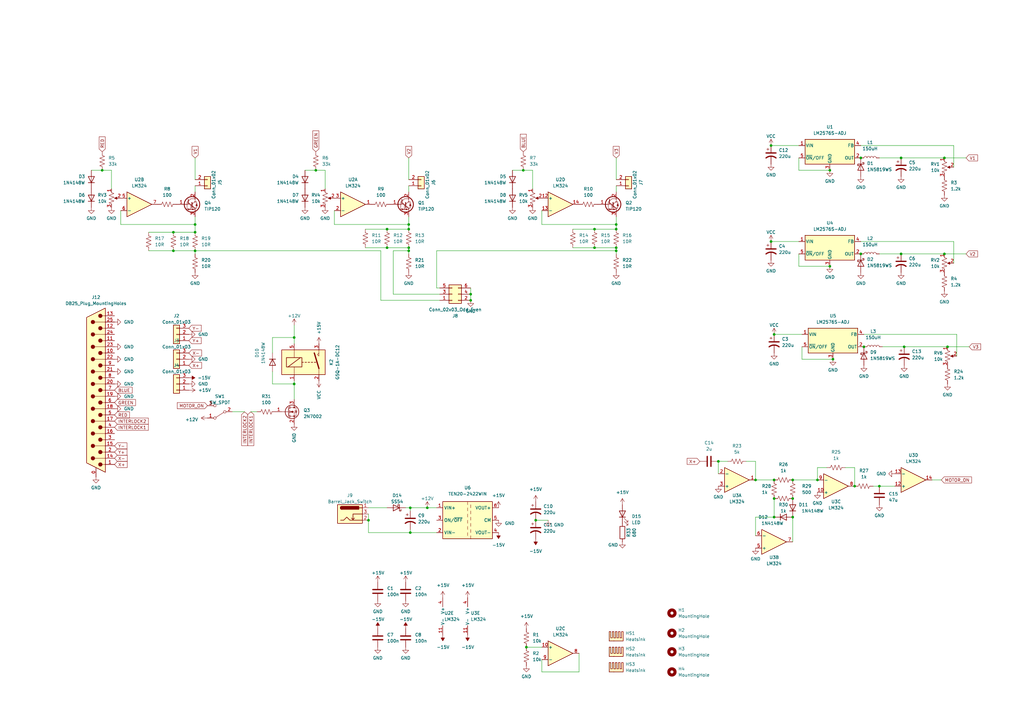
<source format=kicad_sch>
(kicad_sch (version 20230121) (generator eeschema)
  (paper "A3")
  (junction (at 252.73 92.075))
  (junction (at 335.28 196.85))
  (junction (at 353.06 64.77))
  (junction (at 219.71 213.36))
  (junction (at 325.12 212.09))
  (junction (at 317.5 196.85))
  (junction (at 243.84 101.6))
  (junction (at 370.84 142.24))
  (junction (at 309.88 196.85))
  (junction (at 316.23 99.06))
  (junction (at 80.01 92.075))
  (junction (at 252.73 102.87))
  (junction (at 193.04 123.19))
  (junction (at 120.65 157.48))
  (junction (at 158.75 101.6))
  (junction (at 369.57 64.77))
  (junction (at 71.12 95.25))
  (junction (at 71.12 102.87))
  (junction (at 353.06 104.14))
  (junction (at 80.01 102.87))
  (junction (at 294.64 189.23))
  (junction (at 388.62 142.24))
  (junction (at 325.12 196.85))
  (junction (at 252.73 101.6))
  (junction (at 41.91 69.85))
  (junction (at 120.65 138.43))
  (junction (at 80.01 95.25))
  (junction (at 360.68 199.39))
  (junction (at 167.64 102.87))
  (junction (at 167.64 93.98))
  (junction (at 243.84 93.98))
  (junction (at 369.57 104.14))
  (junction (at 350.52 199.39))
  (junction (at 316.23 59.69))
  (junction (at 317.5 137.16))
  (junction (at 175.26 208.28))
  (junction (at 387.35 104.14))
  (junction (at 167.64 92.075))
  (junction (at 252.73 93.98))
  (junction (at 354.33 142.24))
  (junction (at 317.5 212.09))
  (junction (at 158.75 93.98))
  (junction (at 129.54 69.85))
  (junction (at 168.275 208.28))
  (junction (at 341.63 147.32))
  (junction (at 340.36 69.85))
  (junction (at 215.9 265.43))
  (junction (at 167.64 101.6))
  (junction (at 151.13 213.36))
  (junction (at 193.04 120.65))
  (junction (at 325.12 204.47))
  (junction (at 214.63 69.85))
  (junction (at 387.35 64.77))
  (junction (at 168.275 218.44))
  (junction (at 340.36 109.22))
  (junction (at 317.5 204.47))
  (wire (pts (xy 193.04 120.65) (xy 193.04 123.19)))
  (wire (pts (xy 193.04 118.11) (xy 193.04 120.65)))
  (wire (pts (xy 161.29 102.87) (xy 161.29 120.65)))
  (wire (pts (xy 125.095 69.85) (xy 129.54 69.85)))
  (wire (pts (xy 396.24 104.14) (xy 387.35 104.14)))
  (wire (pts (xy 358.14 199.39) (xy 360.68 199.39)))
  (wire (pts (xy 179.07 102.87) (xy 179.07 118.11)))
  (wire (pts (xy 45.72 69.85) (xy 45.72 77.47)))
  (wire (pts (xy 219.71 213.36) (xy 224.79 213.36)))
  (wire (pts (xy 396.24 64.77) (xy 387.35 64.77)))
  (wire (pts (xy 328.93 142.24) (xy 328.93 147.32)))
  (wire (pts (xy 252.73 92.075) (xy 252.73 93.98)))
  (wire (pts (xy 151.13 210.82) (xy 151.13 213.36)))
  (wire (pts (xy 133.35 69.85) (xy 133.35 77.47)))
  (wire (pts (xy 327.66 104.14) (xy 327.66 109.22)))
  (wire (pts (xy 222.25 270.51) (xy 222.25 275.59)))
  (wire (pts (xy 175.26 208.28) (xy 179.07 208.28)))
  (wire (pts (xy 168.275 217.17) (xy 168.275 218.44)))
  (wire (pts (xy 386.08 196.85) (xy 382.27 196.85)))
  (wire (pts (xy 360.68 64.77) (xy 369.57 64.77)))
  (wire (pts (xy 71.12 95.25) (xy 80.01 95.25)))
  (wire (pts (xy 80.01 102.87) (xy 71.12 102.87)))
  (wire (pts (xy 111.76 152.4) (xy 111.76 157.48)))
  (wire (pts (xy 350.52 191.77) (xy 350.52 199.39)))
  (wire (pts (xy 149.86 93.98) (xy 158.75 93.98)))
  (wire (pts (xy 168.275 218.44) (xy 179.07 218.44)))
  (wire (pts (xy 325.12 196.85) (xy 335.28 196.85)))
  (wire (pts (xy 80.01 92.075) (xy 80.01 88.9)))
  (wire (pts (xy 237.49 275.59) (xy 237.49 267.97)))
  (wire (pts (xy 80.01 102.87) (xy 156.21 102.87)))
  (wire (pts (xy 120.65 133.35) (xy 120.65 138.43)))
  (wire (pts (xy 391.16 59.69) (xy 353.06 59.69)))
  (wire (pts (xy 137.16 92.075) (xy 167.64 92.075)))
  (wire (pts (xy 210.185 69.85) (xy 214.63 69.85)))
  (wire (pts (xy 391.16 107.95) (xy 391.16 99.06)))
  (wire (pts (xy 166.37 208.28) (xy 168.275 208.28)))
  (wire (pts (xy 317.5 137.16) (xy 328.93 137.16)))
  (wire (pts (xy 309.88 196.85) (xy 317.5 196.85)))
  (wire (pts (xy 252.73 64.77) (xy 252.73 73.66)))
  (wire (pts (xy 95.25 168.91) (xy 100.33 168.91)))
  (wire (pts (xy 41.91 69.85) (xy 45.72 69.85)))
  (wire (pts (xy 360.68 104.14) (xy 369.57 104.14)))
  (wire (pts (xy 360.68 199.39) (xy 367.03 199.39)))
  (wire (pts (xy 316.23 99.06) (xy 327.66 99.06)))
  (wire (pts (xy 309.88 219.71) (xy 309.88 212.09)))
  (wire (pts (xy 252.73 101.6) (xy 252.73 102.87)))
  (wire (pts (xy 137.16 86.36) (xy 137.16 92.075)))
  (wire (pts (xy 167.64 92.075) (xy 167.64 88.9)))
  (wire (pts (xy 37.465 69.85) (xy 41.91 69.85)))
  (wire (pts (xy 168.275 208.28) (xy 175.26 208.28)))
  (wire (pts (xy 234.95 93.98) (xy 243.84 93.98)))
  (wire (pts (xy 316.23 59.69) (xy 327.66 59.69)))
  (wire (pts (xy 298.45 189.23) (xy 294.64 189.23)))
  (wire (pts (xy 161.29 120.65) (xy 180.34 120.65)))
  (wire (pts (xy 391.16 99.06) (xy 353.06 99.06)))
  (wire (pts (xy 167.64 76.2) (xy 167.64 78.74)))
  (wire (pts (xy 392.43 146.05) (xy 392.43 137.16)))
  (wire (pts (xy 243.84 93.98) (xy 252.73 93.98)))
  (wire (pts (xy 252.73 76.2) (xy 252.73 78.74)))
  (wire (pts (xy 339.09 191.77) (xy 335.28 191.77)))
  (wire (pts (xy 120.65 157.48) (xy 120.65 163.83)))
  (wire (pts (xy 294.64 189.23) (xy 294.64 194.31)))
  (wire (pts (xy 335.28 191.77) (xy 335.28 196.85)))
  (wire (pts (xy 309.88 212.09) (xy 317.5 212.09)))
  (wire (pts (xy 252.73 104.14) (xy 252.73 102.87)))
  (wire (pts (xy 156.21 102.87) (xy 156.21 123.19)))
  (wire (pts (xy 392.43 137.16) (xy 354.33 137.16)))
  (wire (pts (xy 215.9 265.43) (xy 222.25 265.43)))
  (wire (pts (xy 252.73 92.075) (xy 252.73 88.9)))
  (wire (pts (xy 149.86 101.6) (xy 158.75 101.6)))
  (wire (pts (xy 306.07 189.23) (xy 309.88 189.23)))
  (wire (pts (xy 120.65 157.48) (xy 120.65 156.21)))
  (wire (pts (xy 167.64 104.14) (xy 167.64 102.87)))
  (wire (pts (xy 111.76 144.78) (xy 111.76 138.43)))
  (wire (pts (xy 222.25 86.36) (xy 222.25 92.075)))
  (wire (pts (xy 168.275 208.28) (xy 168.275 209.55)))
  (wire (pts (xy 309.88 189.23) (xy 309.88 196.85)))
  (wire (pts (xy 243.84 101.6) (xy 252.73 101.6)))
  (wire (pts (xy 252.73 102.87) (xy 179.07 102.87)))
  (wire (pts (xy 80.01 64.77) (xy 80.01 73.66)))
  (wire (pts (xy 151.13 213.36) (xy 151.13 218.44)))
  (wire (pts (xy 151.13 208.28) (xy 158.75 208.28)))
  (wire (pts (xy 60.96 95.25) (xy 71.12 95.25)))
  (wire (pts (xy 120.65 140.97) (xy 120.65 138.43)))
  (wire (pts (xy 105.41 168.91) (xy 102.87 168.91)))
  (wire (pts (xy 180.34 123.19) (xy 156.21 123.19)))
  (wire (pts (xy 369.57 64.77) (xy 387.35 64.77)))
  (wire (pts (xy 214.63 69.85) (xy 218.44 69.85)))
  (wire (pts (xy 179.07 118.11) (xy 180.34 118.11)))
  (wire (pts (xy 80.01 92.075) (xy 80.01 95.25)))
  (wire (pts (xy 167.64 64.77) (xy 167.64 73.66)))
  (wire (pts (xy 158.75 93.98) (xy 167.64 93.98)))
  (wire (pts (xy 391.16 68.58) (xy 391.16 59.69)))
  (wire (pts (xy 167.64 101.6) (xy 167.64 102.87)))
  (wire (pts (xy 167.64 102.87) (xy 161.29 102.87)))
  (wire (pts (xy 325.12 212.09) (xy 325.12 222.25)))
  (wire (pts (xy 111.76 157.48) (xy 120.65 157.48)))
  (wire (pts (xy 397.51 142.24) (xy 388.62 142.24)))
  (wire (pts (xy 317.5 204.47) (xy 317.5 212.09)))
  (wire (pts (xy 370.84 142.24) (xy 388.62 142.24)))
  (wire (pts (xy 111.76 138.43) (xy 120.65 138.43)))
  (wire (pts (xy 158.75 101.6) (xy 167.64 101.6)))
  (wire (pts (xy 49.53 92.075) (xy 80.01 92.075)))
  (wire (pts (xy 222.25 275.59) (xy 237.49 275.59)))
  (wire (pts (xy 222.25 92.075) (xy 252.73 92.075)))
  (wire (pts (xy 327.66 69.85) (xy 340.36 69.85)))
  (wire (pts (xy 151.13 218.44) (xy 168.275 218.44)))
  (wire (pts (xy 327.66 109.22) (xy 340.36 109.22)))
  (wire (pts (xy 218.44 69.85) (xy 218.44 77.47)))
  (wire (pts (xy 80.01 102.87) (xy 80.01 104.14)))
  (wire (pts (xy 49.53 86.36) (xy 49.53 92.075)))
  (wire (pts (xy 361.95 142.24) (xy 370.84 142.24)))
  (wire (pts (xy 327.66 64.77) (xy 327.66 69.85)))
  (wire (pts (xy 80.01 76.2) (xy 80.01 78.74)))
  (wire (pts (xy 369.57 104.14) (xy 387.35 104.14)))
  (wire (pts (xy 129.54 69.85) (xy 133.35 69.85)))
  (wire (pts (xy 60.96 102.87) (xy 71.12 102.87)))
  (wire (pts (xy 328.93 147.32) (xy 341.63 147.32)))
  (wire (pts (xy 234.95 101.6) (xy 243.84 101.6)))
  (wire (pts (xy 167.64 92.075) (xy 167.64 93.98)))
  (wire (pts (xy 346.71 191.77) (xy 350.52 191.77)))
  (global_label "Y-" (shape input) (at 46.99 182.88 0) (property "Intersheetrefs" "${INTERSHEET_REFS}" (effects hide)))
  (global_label "V3" (shape input) (at 252.73 64.77 90) (property "Intersheetrefs" "${INTERSHEET_REFS}" (effects hide)))
  (global_label "V3" (shape input) (at 397.51 142.24 0) (property "Intersheetrefs" "${INTERSHEET_REFS}" (effects hide)))
  (global_label "X-" (shape input) (at 77.47 144.78 0) (property "Intersheetrefs" "${INTERSHEET_REFS}" (effects hide)))
  (global_label "BLUE" (shape input) (at 214.63 62.23 90) (property "Intersheetrefs" "${INTERSHEET_REFS}" (effects hide)))
  (global_label "INTERLOCK2" (shape input) (at 100.33 168.91 270) (property "Intersheetrefs" "${INTERSHEET_REFS}" (effects hide)))
  (global_label "V2" (shape input) (at 396.24 104.14 0) (property "Intersheetrefs" "${INTERSHEET_REFS}" (effects hide)))
  (global_label "MOTOR_ON" (shape input) (at 85.09 166.37 180) (property "Intersheetrefs" "${INTERSHEET_REFS}" (effects hide)))
  (global_label "X+" (shape input) (at 287.02 189.23 180) (property "Intersheetrefs" "${INTERSHEET_REFS}" (effects hide)))
  (global_label "Y+" (shape input) (at 77.47 139.7 0) (property "Intersheetrefs" "${INTERSHEET_REFS}" (effects hide)))
  (global_label "INTERLOCK1" (shape input) (at 46.99 175.26 0) (property "Intersheetrefs" "${INTERSHEET_REFS}" (effects hide)))
  (global_label "GREEN" (shape input) (at 129.54 62.23 90) (property "Intersheetrefs" "${INTERSHEET_REFS}" (effects hide)))
  (global_label "RED" (shape input) (at 41.91 62.23 90) (property "Intersheetrefs" "${INTERSHEET_REFS}" (effects hide)))
  (global_label "X+" (shape input) (at 46.99 190.5 0) (property "Intersheetrefs" "${INTERSHEET_REFS}" (effects hide)))
  (global_label "V1" (shape input) (at 396.24 64.77 0) (property "Intersheetrefs" "${INTERSHEET_REFS}" (effects hide)))
  (global_label "GREEN" (shape input) (at 46.99 165.1 0) (property "Intersheetrefs" "${INTERSHEET_REFS}" (effects hide)))
  (global_label "Y-" (shape input) (at 77.47 134.62 0) (property "Intersheetrefs" "${INTERSHEET_REFS}" (effects hide)))
  (global_label "BLUE" (shape input) (at 46.99 160.02 0) (property "Intersheetrefs" "${INTERSHEET_REFS}" (effects hide)))
  (global_label "RED" (shape input) (at 46.99 170.18 0) (property "Intersheetrefs" "${INTERSHEET_REFS}" (effects hide)))
  (global_label "X-" (shape input) (at 46.99 187.96 0) (property "Intersheetrefs" "${INTERSHEET_REFS}" (effects hide)))
  (global_label "MOTOR_ON" (shape input) (at 386.08 196.85 0) (property "Intersheetrefs" "${INTERSHEET_REFS}" (effects hide)))
  (global_label "INTERLOCK2" (shape input) (at 46.99 172.72 0) (property "Intersheetrefs" "${INTERSHEET_REFS}" (effects hide)))
  (global_label "V1" (shape input) (at 80.01 64.77 90) (property "Intersheetrefs" "${INTERSHEET_REFS}" (effects hide)))
  (global_label "V2" (shape input) (at 167.64 64.77 90) (property "Intersheetrefs" "${INTERSHEET_REFS}" (effects hide)))
  (global_label "INTERLOCK1" (shape input) (at 102.87 168.91 270) (property "Intersheetrefs" "${INTERSHEET_REFS}" (effects hide)))
  (global_label "Y+" (shape input) (at 46.99 185.42 0) (property "Intersheetrefs" "${INTERSHEET_REFS}" (effects hide)))
  (global_label "X+" (shape input) (at 77.47 149.86 0) (property "Intersheetrefs" "${INTERSHEET_REFS}" (effects hide)))
  (symbol (lib_id "Device:R_US") (at 41.91 66.04 180) (unit 1)
    (property "Reference" "R5" (at 44.45 64.7699 0) (effects (justify right)))
    (property "Value" "33k" (at 44.45 67.3099 0) (effects (justify right)))
    (property "Footprint" "Resistor_SMD:R_0603_1608Metric" (effects hide))
  )
  (symbol (lib_id "Device:R_US") (at 321.31 204.47 270) (unit 1)
    (property "Reference" "R30" (at 321.31 207.01 90))
    (property "Value" "1k" (at 321.31 209.55 90))
    (property "Footprint" "Resistor_SMD:R_0603_1608Metric" (effects hide))
  )
  (symbol (lib_id "Connector_Generic:Conn_01x03") (at 72.39 147.32 180) (unit 1)
    (property "Reference" "J3" (at 72.39 139.7 0))
    (property "Value" "Conn_01x03" (at 72.39 142.24 0))
    (property "Footprint" "Connector_JST:JST_XH_B3B-XH-A_1x03_P2.50mm_Vertical" (effects hide))
  )
  (symbol (lib_id "power:GND") (at 46.99 142.24 90) (unit 1)
    (property "Reference" "#PWR066" (effects hide))
    (property "Value" "GND" (at 50.8 142.24 90) (effects (justify right)))
  )
  (symbol (lib_id "Amplifier_Operational:LM324") (at 144.78 83.82 0) (unit 1)
    (property "Reference" "U2" (at 144.78 73.66 0))
    (property "Value" "LM324" (at 144.78 76.2 0))
    (property "Footprint" "Package_SO:SOIC-14_3.9x8.7mm_P1.27mm" (effects hide))
    (property "Datasheet" "http://www.ti.com/lit/ds/symlink/lm2902-n.pdf" (effects hide))
  )
  (symbol (lib_id "power:GND") (at 46.99 147.32 90) (unit 1)
    (property "Reference" "#PWR067" (effects hide))
    (property "Value" "GND" (at 50.8 147.32 90) (effects (justify right)))
  )
  (symbol (lib_id "power:GND") (at 77.47 147.32 90) (unit 1)
    (property "Reference" "#PWR072" (effects hide))
    (property "Value" "GND" (at 81.28 147.32 90) (effects (justify right)))
  )
  (symbol (lib_id "power:GND") (at 388.62 157.48 0) (unit 1)
    (property "Reference" "#PWR053" (effects hide))
    (property "Value" "GND" (at 388.62 161.925 0))
  )
  (symbol (lib_id "Device:C_Polarized_US") (at 369.57 107.95 0) (unit 1)
    (property "Reference" "C6" (at 372.745 106.0449 0) (effects (justify left)))
    (property "Value" "220u" (at 372.745 108.5849 0) (effects (justify left)))
    (property "Footprint" "Capacitor_SMD:CP_Elec_6.3x7.7" (effects hide))
  )
  (symbol (lib_id "Device:R_US") (at 321.31 196.85 90) (unit 1)
    (property "Reference" "R26" (at 321.31 190.5 90))
    (property "Value" "1k" (at 321.31 193.04 90))
    (property "Footprint" "Resistor_SMD:R_0603_1608Metric" (effects hide))
  )
  (symbol (lib_id "power:GND") (at 46.99 152.4 90) (unit 1)
    (property "Reference" "#PWR068" (effects hide))
    (property "Value" "GND" (at 50.8 152.4 90) (effects (justify right)))
  )
  (symbol (lib_id "power:GND") (at 360.68 207.01 0) (unit 1)
    (property "Reference" "#PWR056" (effects hide))
    (property "Value" "GND" (at 360.68 211.455 0))
  )
  (symbol (lib_id "Device:R_US") (at 149.86 97.79 0) (unit 1)
    (property "Reference" "R11" (at 152.4 96.5199 0) (effects (justify left)))
    (property "Value" "10R" (at 152.4 99.0599 0) (effects (justify left)))
    (property "Footprint" "Resistor_SMD:R_1206_3216Metric" (effects hide))
  )
  (symbol (lib_id "Diode:1N4148W") (at 325.12 208.28 270) (mirror x) (unit 1)
    (property "Reference" "D11" (at 331.47 207.01 90) (effects (justify right)))
    (property "Value" "1N4148W" (at 337.82 209.55 90) (effects (justify right)))
    (property "Footprint" "Diode_SMD:D_SOD-123" (effects hide))
    (property "Datasheet" "https://www.vishay.com/docs/85748/1n4148w.pdf" (effects hide))
  )
  (symbol (lib_id "Device:C_Polarized_US") (at 316.23 102.87 0) (unit 1)
    (property "Reference" "C4" (at 319.405 100.9649 0) (effects (justify left)))
    (property "Value" "220u" (at 319.405 103.5049 0) (effects (justify left)))
    (property "Footprint" "Capacitor_SMD:CP_Elec_6.3x7.7" (effects hide))
  )
  (symbol (lib_id "Device:C") (at 290.83 189.23 90) (unit 1)
    (property "Reference" "C14" (at 290.83 181.61 90))
    (property "Value" "2u" (at 290.83 184.15 90))
    (property "Footprint" "Capacitor_SMD:C_0603_1608Metric" (effects hide))
  )
  (symbol (lib_id "Diode:1N4148W") (at 37.465 81.28 270) (mirror x) (unit 1)
    (property "Reference" "D6" (at 34.925 80.0099 90) (effects (justify right)))
    (property "Value" "1N4148W" (at 34.925 82.5499 90) (effects (justify right)))
    (property "Footprint" "Diode_SMD:D_SOD-123" (effects hide))
    (property "Datasheet" "https://www.vishay.com/docs/85748/1n4148w.pdf" (effects hide))
  )
  (symbol (lib_id "power:GND") (at 367.03 194.31 270) (unit 1)
    (property "Reference" "#PWR052" (effects hide))
    (property "Value" "GND" (at 359.41 194.31 90) (effects (justify left)))
  )
  (symbol (lib_id "Device:R_Potentiometer_US") (at 45.72 81.28 0) (unit 1)
    (property "Reference" "RV3" (at 43.815 80.0099 0) (effects (justify right)))
    (property "Value" "10k" (at 43.815 82.5499 0) (effects (justify right)))
    (property "Footprint" "Potentiometer_THT:Potentiometer_Bourns_3296W_Vertical" (effects hide))
  )
  (symbol (lib_id "Diode:1N5819WS") (at 354.33 146.05 270) (unit 1)
    (property "Reference" "D9" (at 356.87 144.4624 90) (effects (justify left)))
    (property "Value" "1N5819WS" (at 356.87 147.0024 90) (effects (justify left)))
    (property "Footprint" "Diode_SMD:D_SOD-123" (effects hide))
    (property "Datasheet" "https://datasheet.lcsc.com/lcsc/2204281430_Guangdong-Hottech-1N5819WS_C191023.pdf" (effects hide))
  )
  (symbol (lib_id "Device:R_US") (at 80.01 99.06 0) (unit 1)
    (property "Reference" "R19" (at 82.55 97.7899 0) (effects (justify left)))
    (property "Value" "10R" (at 82.55 100.3299 0) (effects (justify left)))
    (property "Footprint" "Resistor_SMD:R_1206_3216Metric" (effects hide))
  )
  (symbol (lib_id "Device:R_US") (at 71.12 99.06 0) (unit 1)
    (property "Reference" "R18" (at 73.66 97.7899 0) (effects (justify left)))
    (property "Value" "10R" (at 73.66 100.3299 0) (effects (justify left)))
    (property "Footprint" "Resistor_SMD:R_1206_3216Metric" (effects hide))
  )
  (symbol (lib_id "Device:R_US") (at 129.54 66.04 180) (unit 1)
    (property "Reference" "R6" (at 132.08 64.7699 0) (effects (justify right)))
    (property "Value" "33k" (at 132.08 67.3099 0) (effects (justify right)))
    (property "Footprint" "Resistor_SMD:R_0603_1608Metric" (effects hide))
  )
  (symbol (lib_id "power:VCC") (at 317.5 137.16 0) (unit 1)
    (property "Reference" "#PWR06" (effects hide))
    (property "Value" "VCC" (at 317.5 133.35 0))
  )
  (symbol (lib_id "Diode:1N5819WS") (at 353.06 107.95 270) (unit 1)
    (property "Reference" "D2" (at 355.6 106.3624 90) (effects (justify left)))
    (property "Value" "1N5819WS" (at 355.6 108.9024 90) (effects (justify left)))
    (property "Footprint" "Diode_SMD:D_SOD-123" (effects hide))
    (property "Datasheet" "https://datasheet.lcsc.com/lcsc/2204281430_Guangdong-Hottech-1N5819WS_C191023.pdf" (effects hide))
  )
  (symbol (lib_id "power:VCC") (at 130.81 156.21 180) (unit 1)
    (property "Reference" "#PWR032" (effects hide))
    (property "Value" "VCC" (at 130.8099 160.02 90) (effects (justify left)))
  )
  (symbol (lib_id "power:GND") (at 224.79 213.36 0) (unit 1)
    (property "Reference" "#PWR061" (effects hide))
    (property "Value" "GND" (at 229.235 215.265 0))
  )
  (symbol (lib_id "Device:R_US") (at 387.35 115.57 180) (unit 1)
    (property "Reference" "R4" (at 389.89 114.2999 0) (effects (justify right)))
    (property "Value" "1.2k" (at 389.89 116.8399 0) (effects (justify right)))
    (property "Footprint" "Resistor_SMD:R_0603_1608Metric" (effects hide))
  )
  (symbol (lib_id "power:-15V") (at 204.47 218.44 180) (unit 1)
    (property "Reference" "#PWR029" (effects hide))
    (property "Value" "-15V" (at 204.47 223.52 0))
  )
  (symbol (lib_id "Device:R_US") (at 167.64 107.95 0) (unit 1)
    (property "Reference" "R21" (at 170.18 106.6799 0) (effects (justify left)))
    (property "Value" "10R" (at 170.18 109.2199 0) (effects (justify left)))
    (property "Footprint" "Resistor_SMD:R_1206_3216Metric" (effects hide))
  )
  (symbol (lib_id "Device:R_US") (at 158.75 97.79 0) (unit 1)
    (property "Reference" "R12" (at 161.29 96.5199 0) (effects (justify left)))
    (property "Value" "10R" (at 161.29 99.0599 0) (effects (justify left)))
    (property "Footprint" "Resistor_SMD:R_1206_3216Metric" (effects hide))
  )
  (symbol (lib_id "power:GND") (at 204.47 213.36 0) (mirror y) (unit 1)
    (property "Reference" "#PWR028" (effects hide))
    (property "Value" "GND" (at 207.01 214.6299 0) (effects (justify right)))
  )
  (symbol (lib_id "Relay:G5Q-1A") (at 125.73 148.59 0) (unit 1)
    (property "Reference" "K2" (at 135.89 148.59 90))
    (property "Value" "G5Q-1A-DC12" (at 138.43 148.59 90))
    (property "Footprint" "Relay_THT:Relay_SPST_Omron-G5Q-1A" (effects hide))
    (property "Datasheet" "https://www.omron.com/ecb/products/pdf/en-g5q.pdf" (effects hide))
  )
  (symbol (lib_id "Connector_Generic:Conn_01x03") (at 72.39 157.48 180) (unit 1)
    (property "Reference" "J4" (at 72.39 149.86 0))
    (property "Value" "Conn_01x03" (at 72.39 152.4 0))
    (property "Footprint" "Connector_JST:JST_XH_B3B-XH-A_1x03_P2.50mm_Vertical" (effects hide))
  )
  (symbol (lib_id "Diode:1N4148W") (at 125.095 73.66 270) (mirror x) (unit 1)
    (property "Reference" "D4" (at 122.555 72.3899 90) (effects (justify right)))
    (property "Value" "1N4148W" (at 122.555 74.9299 90) (effects (justify right)))
    (property "Footprint" "Diode_SMD:D_SOD-123" (effects hide))
    (property "Datasheet" "https://www.vishay.com/docs/85748/1n4148w.pdf" (effects hide))
  )
  (symbol (lib_id "Device:C_Polarized_US") (at 219.71 217.17 0) (unit 1)
    (property "Reference" "C11" (at 222.885 215.2649 0) (effects (justify left)))
    (property "Value" "220u" (at 222.885 217.8049 0) (effects (justify left)))
    (property "Footprint" "Capacitor_SMD:CP_Elec_6.3x7.7" (effects hide))
  )
  (symbol (lib_id "power:GND") (at 215.9 273.05 0) (unit 1)
    (property "Reference" "#PWR017" (effects hide))
    (property "Value" "GND" (at 215.9 277.495 0))
  )
  (symbol (lib_id "Device:R_US") (at 109.22 168.91 90) (unit 1)
    (property "Reference" "R31" (at 109.22 162.56 90))
    (property "Value" "100" (at 109.22 165.1 90))
    (property "Footprint" "Resistor_SMD:R_0603_1608Metric" (effects hide))
  )
  (symbol (lib_id "power:GND") (at 387.35 119.38 0) (unit 1)
    (property "Reference" "#PWR024" (effects hide))
    (property "Value" "GND" (at 387.35 123.825 0))
  )
  (symbol (lib_id "Diode:1N4148W") (at 210.185 81.28 270) (mirror x) (unit 1)
    (property "Reference" "D8" (at 207.645 80.0099 90) (effects (justify right)))
    (property "Value" "1N4148W" (at 207.645 82.5499 90) (effects (justify right)))
    (property "Footprint" "Diode_SMD:D_SOD-123" (effects hide))
    (property "Datasheet" "https://www.vishay.com/docs/85748/1n4148w.pdf" (effects hide))
  )
  (symbol (lib_id "power:GND") (at 154.94 265.43 0) (unit 1)
    (property "Reference" "#PWR025" (effects hide))
    (property "Value" "GND" (at 154.94 269.875 0))
  )
  (symbol (lib_id "power:GND") (at 353.06 72.39 0) (unit 1)
    (property "Reference" "#PWR015" (effects hide))
    (property "Value" "GND" (at 353.06 76.835 0))
  )
  (symbol (lib_id "Diode:1N4148W") (at 321.31 212.09 0) (mirror x) (unit 1)
    (property "Reference" "D12" (at 314.96 212.09 0) (effects (justify right)))
    (property "Value" "1N4148W" (at 321.31 214.63 0) (effects (justify right)))
    (property "Footprint" "Diode_SMD:D_SOD-123" (effects hide))
    (property "Datasheet" "https://www.vishay.com/docs/85748/1n4148w.pdf" (effects hide))
  )
  (symbol (lib_id "power:VCC") (at 316.23 59.69 0) (unit 1)
    (property "Reference" "#PWR030" (effects hide))
    (property "Value" "VCC" (at 316.23 55.88 0))
  )
  (symbol (lib_id "Device:C_Polarized_US") (at 316.23 63.5 0) (unit 1)
    (property "Reference" "C12" (at 319.405 61.5949 0) (effects (justify left)))
    (property "Value" "220u" (at 319.405 64.1349 0) (effects (justify left)))
    (property "Footprint" "Capacitor_SMD:CP_Elec_6.3x7.7" (effects hide))
  )
  (symbol (lib_id "Connector_Generic:Conn_01x02") (at 85.09 76.2 0) (mirror x) (unit 1)
    (property "Reference" "J5" (at 90.17 73.66 90) (effects (justify left)))
    (property "Value" "Conn_01x02" (at 87.63 69.85 90) (effects (justify left)))
    (property "Footprint" "Connector_JST:JST_XH_B2B-XH-A_1x02_P2.50mm_Vertical" (effects hide))
  )
  (symbol (lib_id "Amplifier_Operational:LM324") (at 229.87 267.97 0) (unit 3)
    (property "Reference" "U2" (at 229.87 257.81 0))
    (property "Value" "LM324" (at 229.87 260.35 0))
    (property "Footprint" "Package_SO:SOIC-14_3.9x8.7mm_P1.27mm" (effects hide))
    (property "Datasheet" "http://www.ti.com/lit/ds/symlink/lm2902-n.pdf" (effects hide))
  )
  (symbol (lib_id "Diode:1N4148W") (at 125.095 81.28 270) (mirror x) (unit 1)
    (property "Reference" "D7" (at 122.555 80.0099 90) (effects (justify right)))
    (property "Value" "1N4148W" (at 122.555 82.5499 90) (effects (justify right)))
    (property "Footprint" "Diode_SMD:D_SOD-123" (effects hide))
    (property "Datasheet" "https://www.vishay.com/docs/85748/1n4148w.pdf" (effects hide))
  )
  (symbol (lib_id "Amplifier_Operational:LM324") (at 342.9 199.39 0) (mirror x) (unit 3)
    (property "Reference" "U3" (at 342.9 205.74 0))
    (property "Value" "LM324" (at 342.9 208.28 0))
    (property "Footprint" "Package_SO:SOIC-14_3.9x8.7mm_P1.27mm" (effects hide))
    (property "Datasheet" "http://www.ti.com/lit/ds/symlink/lm2902-n.pdf" (effects hide))
  )
  (symbol (lib_id "power:GND") (at 166.37 265.43 0) (unit 1)
    (property "Reference" "#PWR026" (effects hide))
    (property "Value" "GND" (at 166.37 269.875 0))
  )
  (symbol (lib_id "Device:C") (at 166.37 261.62 0) (unit 1)
    (property "Reference" "C8" (at 170.18 260.3499 0) (effects (justify left)))
    (property "Value" "100n" (at 170.18 262.8899 0) (effects (justify left)))
    (property "Footprint" "Capacitor_SMD:C_0603_1608Metric" (effects hide))
  )
  (symbol (lib_id "power:GND") (at 133.35 85.09 0) (unit 1)
    (property "Reference" "#PWR039" (effects hide))
    (property "Value" "GND" (at 133.35 89.535 0))
  )
  (symbol (lib_id "Transistor_BJT:TIP120") (at 250.19 83.82 0) (unit 1)
    (property "Reference" "Q2" (at 256.54 83.185 0) (effects (justify left)))
    (property "Value" "TIP120" (at 256.54 85.725 0) (effects (justify left)))
    (property "Footprint" "Package_TO_SOT_THT:TO-220-3_Horizontal_TabDown" (effects hide))
    (property "Datasheet" "https://www.onsemi.com/pub/Collateral/TIP120-D.PDF" (effects hide))
  )
  (symbol (lib_id "Device:R") (at 255.27 218.44 0) (unit 1)
    (property "Reference" "R33" (at 257.81 218.44 90))
    (property "Value" "680" (at 260.1214 218.44 90))
    (property "Footprint" "Resistor_SMD:R_0603_1608Metric" (effects hide))
  )
  (symbol (lib_id "power:GND") (at 46.99 167.64 90) (unit 1)
    (property "Reference" "#PWR046" (effects hide))
    (property "Value" "GND" (at 50.8 167.64 90) (effects (justify right)))
  )
  (symbol (lib_id "PCM_4ms_Power-symbol:+12V") (at 85.09 171.45 90) (unit 1)
    (property "Reference" "#PWR062" (effects hide))
    (property "Value" "+12V" (at 81.28 172.085 90) (effects (justify left)))
  )
  (symbol (lib_id "power:+15V") (at 130.81 140.97 0) (unit 1)
    (property "Reference" "#PWR031" (effects hide))
    (property "Value" "+15V" (at 130.81 137.16 90) (effects (justify left)))
  )
  (symbol (lib_id "power:GND") (at 309.88 224.79 0) (unit 1)
    (property "Reference" "#PWR060" (effects hide))
    (property "Value" "GND" (at 309.88 229.235 0))
  )
  (symbol (lib_id "Device:LED") (at 255.27 210.82 90) (unit 1)
    (property "Reference" "D15" (at 259.08 211.7725 90) (effects (justify right)))
    (property "Value" "LED" (at 259.08 214.3125 90) (effects (justify right)))
    (property "Footprint" "LED_SMD:LED_0603_1608Metric" (effects hide))
  )
  (symbol (lib_id "Device:L") (at 356.87 104.14 90) (unit 1)
    (property "Reference" "L2" (at 356.87 97.79 90))
    (property "Value" "150uH" (at 356.87 100.33 90))
    (property "Footprint" "Inductor_SMD:L_12x12mm_H8mm" (effects hide))
  )
  (symbol (lib_id "Transistor_FET:2N7002") (at 118.11 168.91 0) (unit 1)
    (property "Reference" "Q3" (at 124.46 168.275 0) (effects (justify left)))
    (property "Value" "2N7002" (at 124.46 170.815 0) (effects (justify left)))
    (property "Footprint" "Package_TO_SOT_SMD:SOT-23" (effects hide))
    (property "Datasheet" "https://www.onsemi.com/pub/Collateral/NDS7002A-D.PDF" (effects hide))
  )
  (symbol (lib_id "PCM_4ms_Power-symbol:+12V") (at 120.65 133.35 0) (unit 1)
    (property "Reference" "#PWR057" (effects hide))
    (property "Value" "+12V" (at 120.65 129.54 0))
  )
  (symbol (lib_id "Transistor_BJT:TIP120") (at 77.47 83.82 0) (unit 1)
    (property "Reference" "Q4" (at 83.82 83.185 0) (effects (justify left)))
    (property "Value" "TIP120" (at 83.82 85.725 0) (effects (justify left)))
    (property "Footprint" "Package_TO_SOT_THT:TO-220-3_Horizontal_TabDown" (effects hide))
    (property "Datasheet" "https://www.onsemi.com/pub/Collateral/TIP120-D.PDF" (effects hide))
  )
  (symbol (lib_id "power:GND") (at 369.57 72.39 0) (unit 1)
    (property "Reference" "#PWR016" (effects hide))
    (property "Value" "GND" (at 369.57 76.835 0))
  )
  (symbol (lib_id "power:+15V") (at 219.71 205.74 0) (unit 1)
    (property "Reference" "#PWR034" (effects hide))
    (property "Value" "+15V" (at 219.71 200.66 0))
  )
  (symbol (lib_id "Regulator_Switching:LM2576S-ADJ") (at 340.36 101.6 0) (unit 1)
    (property "Reference" "U4" (at 340.36 91.44 0))
    (property "Value" "LM2576S-ADJ" (at 340.36 93.98 0))
    (property "Footprint" "Package_TO_SOT_SMD:TO-263-5_TabPin3" (effects hide))
    (property "Datasheet" "http://www.ti.com/lit/ds/symlink/lm2576.pdf" (effects hide))
  )
  (symbol (lib_id "Device:R_US") (at 156.21 83.82 90) (unit 1)
    (property "Reference" "R9" (at 156.21 77.47 90))
    (property "Value" "100" (at 156.21 80.01 90))
    (property "Footprint" "Resistor_SMD:R_0603_1608Metric" (effects hide))
  )
  (symbol (lib_id "power:+15V") (at 255.27 207.01 0) (unit 1)
    (property "Reference" "#PWR071" (effects hide))
    (property "Value" "+15V" (at 255.27 201.93 0))
  )
  (symbol (lib_id "Device:C_Polarized_US") (at 317.5 140.97 0) (unit 1)
    (property "Reference" "C3" (at 320.675 139.0649 0) (effects (justify left)))
    (property "Value" "220u" (at 320.675 141.6049 0) (effects (justify left)))
    (property "Footprint" "Capacitor_SMD:CP_Elec_6.3x7.7" (effects hide))
  )
  (symbol (lib_id "Mechanical:MountingHole") (at 275.59 251.46 0) (unit 1)
    (property "Reference" "H1" (at 278.13 250.1899 0) (effects (justify left)))
    (property "Value" "MountingHole" (at 278.13 252.7299 0) (effects (justify left)))
    (property "Footprint" "MountingHole:MountingHole_3.2mm_M3" (effects hide))
  )
  (symbol (lib_id "power:GND") (at 125.095 85.09 0) (unit 1)
    (property "Reference" "#PWR038" (effects hide))
    (property "Value" "GND" (at 125.095 89.535 0))
  )
  (symbol (lib_id "power:GND") (at 39.37 195.58 0) (unit 1)
    (property "Reference" "#PWR033" (effects hide))
    (property "Value" "GND" (at 39.37 200.025 0))
  )
  (symbol (lib_id "Device:R_US") (at 80.01 107.95 0) (unit 1)
    (property "Reference" "R20" (at 82.55 106.6799 0) (effects (justify left)))
    (property "Value" "10R" (at 82.55 109.2199 0) (effects (justify left)))
    (property "Footprint" "Resistor_SMD:R_1206_3216Metric" (effects hide))
  )
  (symbol (lib_id "Device:R_US") (at 214.63 66.04 180) (unit 1)
    (property "Reference" "R7" (at 217.17 64.7699 0) (effects (justify right)))
    (property "Value" "33k" (at 217.17 67.3099 0) (effects (justify right)))
    (property "Footprint" "Resistor_SMD:R_0603_1608Metric" (effects hide))
  )
  (symbol (lib_id "power:GND") (at 77.47 157.48 90) (unit 1)
    (property "Reference" "#PWR070" (effects hide))
    (property "Value" "GND" (at 81.28 157.48 90) (effects (justify right)))
  )
  (symbol (lib_id "power:GND") (at 193.04 123.19 0) (unit 1)
    (property "Reference" "#PWR045" (effects hide))
    (property "Value" "GND" (at 193.04 127.635 0))
  )
  (symbol (lib_id "power:GND") (at 166.37 246.38 0) (unit 1)
    (property "Reference" "#PWR09" (effects hide))
    (property "Value" "GND" (at 166.37 250.825 0))
  )
  (symbol (lib_id "Device:C_Polarized_US") (at 219.71 209.55 0) (unit 1)
    (property "Reference" "C10" (at 222.885 207.6449 0) (effects (justify left)))
    (property "Value" "220u" (at 222.885 210.1849 0) (effects (justify left)))
    (property "Footprint" "Capacitor_SMD:CP_Elec_6.3x7.7" (effects hide))
  )
  (symbol (lib_id "Device:R_US") (at 342.9 191.77 90) (unit 1)
    (property "Reference" "R25" (at 342.9 185.42 90))
    (property "Value" "1k" (at 342.9 187.96 90))
    (property "Footprint" "Resistor_SMD:R_0603_1608Metric" (effects hide))
  )
  (symbol (lib_id "power:GND") (at 45.72 85.09 0) (unit 1)
    (property "Reference" "#PWR037" (effects hide))
    (property "Value" "GND" (at 45.72 89.535 0))
  )
  (symbol (lib_id "Device:R_US") (at 215.9 261.62 180) (unit 1)
    (property "Reference" "R1" (at 218.44 260.3499 0) (effects (justify right)))
    (property "Value" "10k" (at 218.44 262.8899 0) (effects (justify right)))
    (property "Footprint" "Resistor_SMD:R_0603_1608Metric" (effects hide))
  )
  (symbol (lib_id "Device:R_Potentiometer_US") (at 387.35 68.58 0) (unit 1)
    (property "Reference" "RV1" (at 385.445 67.3099 0) (effects (justify right)))
    (property "Value" "10k" (at 385.445 69.8499 0) (effects (justify right)))
    (property "Footprint" "Potentiometer_THT:Potentiometer_Bourns_3296W_Vertical" (effects hide))
  )
  (symbol (lib_id "Device:R_US") (at 302.26 189.23 90) (unit 1)
    (property "Reference" "R23" (at 302.26 182.88 90))
    (property "Value" "5k" (at 302.26 185.42 90))
    (property "Footprint" "Resistor_SMD:R_0603_1608Metric" (effects hide))
  )
  (symbol (lib_id "power:GND") (at 354.33 149.86 0) (unit 1)
    (property "Reference" "#PWR049" (effects hide))
    (property "Value" "GND" (at 354.33 154.305 0))
  )
  (symbol (lib_id "power:-15V") (at 219.71 220.98 180) (unit 1)
    (property "Reference" "#PWR035" (effects hide))
    (property "Value" "-15V" (at 219.71 226.06 0))
  )
  (symbol (lib_id "Amplifier_Operational:LM324") (at 374.65 196.85 0) (mirror x) (unit 4)
    (property "Reference" "U3" (at 374.65 186.69 0))
    (property "Value" "LM324" (at 374.65 189.23 0))
    (property "Footprint" "Package_SO:SOIC-14_3.9x8.7mm_P1.27mm" (effects hide))
    (property "Datasheet" "http://www.ti.com/lit/ds/symlink/lm2902-n.pdf" (effects hide))
  )
  (symbol (lib_id "Converter_DCDC:TEN20-2422WIN") (at 191.77 213.36 0) (unit 1)
    (property "Reference" "U6" (at 191.77 200.025 0))
    (property "Value" "TEN20-2422WIN" (at 191.77 202.565 0))
    (property "Footprint" "AlexCustom:PYBE30-Q24-D15" (effects hide))
    (property "Datasheet" "http://www.tracopower.com/products/ten20win.pdf" (effects hide))
  )
  (symbol (lib_id "Amplifier_Operational:LM324") (at 302.26 196.85 0) (mirror x) (unit 1)
    (property "Reference" "U3" (at 302.26 203.2 0))
    (property "Value" "LM324" (at 302.26 205.74 0))
    (property "Footprint" "Package_SO:SOIC-14_3.9x8.7mm_P1.27mm" (effects hide))
    (property "Datasheet" "http://www.ti.com/lit/ds/symlink/lm2902-n.pdf" (effects hide))
  )
  (symbol (lib_id "Connector_Generic:Conn_02x03_Odd_Even") (at 185.42 120.65 0) (mirror x) (unit 1)
    (property "Reference" "J8" (at 186.69 129.54 0))
    (property "Value" "Conn_02x03_Odd_Even" (at 186.69 127 0))
    (property "Footprint" "Connector_PinHeader_2.54mm:PinHeader_2x03_P2.54mm_Vertical" (effects hide))
  )
  (symbol (lib_id "Transistor_BJT:TIP120") (at 165.1 83.82 0) (unit 1)
    (property "Reference" "Q1" (at 171.45 83.185 0) (effects (justify left)))
    (property "Value" "TIP120" (at 171.45 85.725 0) (effects (justify left)))
    (property "Footprint" "Package_TO_SOT_THT:TO-220-3_Horizontal_TabDown" (effects hide))
    (property "Datasheet" "https://www.onsemi.com/pub/Collateral/TIP120-D.PDF" (effects hide))
  )
  (symbol (lib_id "Regulator_Switching:LM2576S-ADJ") (at 341.63 139.7 0) (unit 1)
    (property "Reference" "U5" (at 341.63 129.54 0))
    (property "Value" "LM2576S-ADJ" (at 341.63 132.08 0))
    (property "Footprint" "Package_TO_SOT_SMD:TO-263-5_TabPin3" (effects hide))
    (property "Datasheet" "http://www.ti.com/lit/ds/symlink/lm2576.pdf" (effects hide))
  )
  (symbol (lib_id "Mechanical:MountingHole") (at 275.59 267.335 0) (unit 1)
    (property "Reference" "H3" (at 278.13 266.0649 0) (effects (justify left)))
    (property "Value" "MountingHole" (at 278.13 268.6049 0) (effects (justify left)))
    (property "Footprint" "MountingHole:MountingHole_3.2mm_M3" (effects hide))
  )
  (symbol (lib_id "Diode:1N4148W") (at 111.76 148.59 90) (mirror x) (unit 1)
    (property "Reference" "D10" (at 105.41 144.78 0))
    (property "Value" "1N4148W" (at 107.95 144.78 0))
    (property "Footprint" "Diode_SMD:D_SOD-123" (effects hide))
    (property "Datasheet" "https://www.vishay.com/docs/85748/1n4148w.pdf" (effects hide))
  )
  (symbol (lib_id "power:GND") (at 340.36 109.22 0) (unit 1)
    (property "Reference" "#PWR018" (effects hide))
    (property "Value" "GND" (at 340.36 113.665 0))
  )
  (symbol (lib_id "Device:R_US") (at 387.35 76.2 180) (unit 1)
    (property "Reference" "R3" (at 389.89 74.9299 0) (effects (justify right)))
    (property "Value" "1.2k" (at 389.89 77.4699 0) (effects (justify right)))
    (property "Footprint" "Resistor_SMD:R_0603_1608Metric" (effects hide))
  )
  (symbol (lib_id "Device:C_Polarized_US") (at 168.275 213.36 0) (unit 1)
    (property "Reference" "C9" (at 171.45 211.4549 0) (effects (justify left)))
    (property "Value" "220u" (at 171.45 213.9949 0) (effects (justify left)))
    (property "Footprint" "Capacitor_SMD:CP_Elec_6.3x7.7" (effects hide))
  )
  (symbol (lib_id "power:GND") (at 353.06 111.76 0) (unit 1)
    (property "Reference" "#PWR019" (effects hide))
    (property "Value" "GND" (at 353.06 116.205 0))
  )
  (symbol (lib_id "Connector:DB25_Plug_MountingHoles") (at 39.37 160.02 0) (mirror y) (unit 1)
    (property "Reference" "J12" (at 39.37 121.92 0))
    (property "Value" "DB25_Plug_MountingHoles" (at 39.37 124.46 0))
    (property "Footprint" "Connector_Dsub:DSUB-25_Male_Horizontal_P2.77x2.84mm_EdgePinOffset7.70mm_Housed_MountingHolesOffset9.12mm" (effects hide))
    (property "Datasheet" " ~" (effects hide))
  )
  (symbol (lib_id "Device:C") (at 154.94 261.62 0) (unit 1)
    (property "Reference" "C7" (at 158.75 260.3499 0) (effects (justify left)))
    (property "Value" "100n" (at 158.75 262.8899 0) (effects (justify left)))
    (property "Footprint" "Capacitor_SMD:C_0603_1608Metric" (effects hide))
  )
  (symbol (lib_id "power:GND") (at 387.35 80.01 0) (unit 1)
    (property "Reference" "#PWR023" (effects hide))
    (property "Value" "GND" (at 387.35 84.455 0))
  )
  (symbol (lib_id "power:+15V") (at 204.47 208.28 0) (unit 1)
    (property "Reference" "#PWR027" (effects hide))
    (property "Value" "+15V" (at 204.47 203.2 0))
  )
  (symbol (lib_id "power:GND") (at 77.47 137.16 90) (unit 1)
    (property "Reference" "#PWR073" (effects hide))
    (property "Value" "GND" (at 81.28 137.16 90) (effects (justify right)))
  )
  (symbol (lib_id "Device:L") (at 356.87 64.77 90) (unit 1)
    (property "Reference" "L1" (at 356.87 58.42 90))
    (property "Value" "150uH" (at 356.87 60.96 90))
    (property "Footprint" "Inductor_SMD:L_12x12mm_H8mm" (effects hide))
  )
  (symbol (lib_id "power:GND") (at 80.01 111.76 0) (unit 1)
    (property "Reference" "#PWR042" (effects hide))
    (property "Value" "GND" (at 80.01 116.205 0))
  )
  (symbol (lib_id "Diode:1N4148W") (at 37.465 73.66 270) (mirror x) (unit 1)
    (property "Reference" "D3" (at 34.925 72.3899 90) (effects (justify right)))
    (property "Value" "1N4148W" (at 34.925 74.9299 90) (effects (justify right)))
    (property "Footprint" "Diode_SMD:D_SOD-123" (effects hide))
    (property "Datasheet" "https://www.vishay.com/docs/85748/1n4148w.pdf" (effects hide))
  )
  (symbol (lib_id "Diode:B320") (at 162.56 208.28 180) (unit 1)
    (property "Reference" "D14" (at 162.8775 203.2 0))
    (property "Value" "SS54" (at 162.8775 205.74 0))
    (property "Footprint" "Diode_SMD:D_SMA" (effects hide))
    (property "Datasheet" "http://www.jameco.com/Jameco/Products/ProdDS/1538777.pdf" (effects hide))
  )
  (symbol (lib_id "Device:C_Polarized_US") (at 370.84 146.05 0) (unit 1)
    (property "Reference" "C13" (at 374.015 144.1449 0) (effects (justify left)))
    (property "Value" "220u" (at 374.015 146.6849 0) (effects (justify left)))
    (property "Footprint" "Capacitor_SMD:CP_Elec_6.3x7.7" (effects hide))
  )
  (symbol (lib_id "Connector_Generic:Conn_01x03") (at 72.39 137.16 180) (unit 1)
    (property "Reference" "J2" (at 72.39 129.54 0))
    (property "Value" "Conn_01x03" (at 72.39 132.08 0))
    (property "Footprint" "Connector_JST:JST_XH_B3B-XH-A_1x03_P2.50mm_Vertical" (effects hide))
  )
  (symbol (lib_id "Device:R_US") (at 388.62 153.67 180) (unit 1)
    (property "Reference" "R24" (at 391.16 152.3999 0) (effects (justify right)))
    (property "Value" "1.2k" (at 391.16 154.9399 0) (effects (justify right)))
    (property "Footprint" "Resistor_SMD:R_0603_1608Metric" (effects hide))
  )
  (symbol (lib_id "Mechanical:MountingHole") (at 275.59 275.59 0) (unit 1)
    (property "Reference" "H4" (at 278.13 274.3199 0) (effects (justify left)))
    (property "Value" "MountingHole" (at 278.13 276.8599 0) (effects (justify left)))
    (property "Footprint" "MountingHole:MountingHole_3.2mm_M3" (effects hide))
  )
  (symbol (lib_id "power:+15V") (at 77.47 160.02 270) (unit 1)
    (property "Reference" "#PWR074" (effects hide))
    (property "Value" "+15V" (at 81.28 160.02 90) (effects (justify left)))
  )
  (symbol (lib_id "power:-15V") (at 181.61 260.35 180) (unit 1)
    (property "Reference" "#PWR013" (effects hide))
    (property "Value" "-15V" (at 179.07 265.43 0) (effects (justify right)))
  )
  (symbol (lib_id "power:GND") (at 154.94 246.38 0) (unit 1)
    (property "Reference" "#PWR08" (effects hide))
    (property "Value" "GND" (at 154.94 250.825 0))
  )
  (symbol (lib_id "power:-15V") (at 154.94 257.81 0) (unit 1)
    (property "Reference" "#PWR021" (effects hide))
    (property "Value" "-15V" (at 152.4 254 0) (effects (justify left)))
  )
  (symbol (lib_id "Device:R_US") (at 354.33 199.39 90) (unit 1)
    (property "Reference" "R27" (at 354.33 193.04 90))
    (property "Value" "1k" (at 354.33 195.58 90))
    (property "Footprint" "Resistor_SMD:R_0603_1608Metric" (effects hide))
  )
  (symbol (lib_id "power:-15V") (at 166.37 257.81 0) (unit 1)
    (property "Reference" "#PWR022" (effects hide))
    (property "Value" "-15V" (at 163.83 254 0) (effects (justify left)))
  )
  (symbol (lib_id "power:GND") (at 335.28 201.93 0) (unit 1)
    (property "Reference" "#PWR055" (effects hide))
    (property "Value" "GND" (at 335.28 206.375 0))
  )
  (symbol (lib_id "Device:L") (at 358.14 142.24 90) (unit 1)
    (property "Reference" "L3" (at 358.14 135.89 90))
    (property "Value" "150uH" (at 358.14 138.43 90))
    (property "Footprint" "Inductor_SMD:L_12x12mm_H8mm" (effects hide))
  )
  (symbol (lib_id "Amplifier_Operational:LM324") (at 229.87 83.82 0) (unit 4)
    (property "Reference" "U2" (at 229.87 73.66 0))
    (property "Value" "LM324" (at 229.87 76.2 0))
    (property "Footprint" "Package_SO:SOIC-14_3.9x8.7mm_P1.27mm" (effects hide))
    (property "Datasheet" "http://www.ti.com/lit/ds/symlink/lm2902-n.pdf" (effects hide))
  )
  (symbol (lib_id "power:GND") (at 316.23 106.68 0) (unit 1)
    (property "Reference" "#PWR012" (effects hide))
    (property "Value" "GND" (at 316.23 111.125 0))
  )
  (symbol (lib_id "Connector_Generic:Conn_01x02") (at 257.81 76.2 0) (mirror x) (unit 1)
    (property "Reference" "J7" (at 262.89 73.66 90) (effects (justify left)))
    (property "Value" "Conn_01x02" (at 260.35 69.85 90) (effects (justify left)))
    (property "Footprint" "Connector_JST:JST_XH_B2B-XH-A_1x02_P2.50mm_Vertical" (effects hide))
  )
  (symbol (lib_id "power:+15V") (at 191.77 245.11 0) (unit 1)
    (property "Reference" "#PWR02" (effects hide))
    (property "Value" "+15V" (at 189.23 240.03 0) (effects (justify left)))
  )
  (symbol (lib_id "Device:R_US") (at 252.73 107.95 0) (unit 1)
    (property "Reference" "R22" (at 255.27 106.6799 0) (effects (justify left)))
    (property "Value" "10R" (at 255.27 109.2199 0) (effects (justify left)))
    (property "Footprint" "Resistor_SMD:R_1206_3216Metric" (effects hide))
  )
  (symbol (lib_id "power:GND") (at 255.27 222.25 0) (unit 1)
    (property "Reference" "#PWR076" (effects hide))
    (property "Value" "GND" (at 251.46 223.52 0))
  )
  (symbol (lib_id "power:VCC") (at 316.23 99.06 0) (unit 1)
    (property "Reference" "#PWR07" (effects hide))
    (property "Value" "VCC" (at 316.23 95.25 0))
  )
  (symbol (lib_id "Device:R_US") (at 252.73 97.79 0) (unit 1)
    (property "Reference" "R16" (at 255.27 96.5199 0) (effects (justify left)))
    (property "Value" "10R" (at 255.27 99.0599 0) (effects (justify left)))
    (property "Footprint" "Resistor_SMD:R_1206_3216Metric" (effects hide))
  )
  (symbol (lib_id "Mechanical:MountingHole") (at 275.59 259.715 0) (unit 1)
    (property "Reference" "H2" (at 278.13 258.4449 0) (effects (justify left)))
    (property "Value" "MountingHole" (at 278.13 260.9849 0) (effects (justify left)))
    (property "Footprint" "MountingHole:MountingHole_3.2mm_M3" (effects hide))
  )
  (symbol (lib_id "Diode:1N4148W") (at 210.185 73.66 270) (mirror x) (unit 1)
    (property "Reference" "D5" (at 207.645 72.3899 90) (effects (justify right)))
    (property "Value" "1N4148W" (at 207.645 74.9299 90) (effects (justify right)))
    (property "Footprint" "Diode_SMD:D_SOD-123" (effects hide))
    (property "Datasheet" "https://www.vishay.com/docs/85748/1n4148w.pdf" (effects hide))
  )
  (symbol (lib_id "power:-15V") (at 77.47 154.94 270) (unit 1)
    (property "Reference" "#PWR075" (effects hide))
    (property "Value" "-15V" (at 86.36 154.94 90) (effects (justify right)))
  )
  (symbol (lib_id "Device:R_Potentiometer_US") (at 388.62 146.05 0) (unit 1)
    (property "Reference" "RV6" (at 386.715 144.7799 0) (effects (justify right)))
    (property "Value" "10k" (at 386.715 147.3199 0) (effects (justify right)))
    (property "Footprint" "Potentiometer_THT:Potentiometer_Bourns_3296W_Vertical" (effects hide))
  )
  (symbol (lib_id "power:GND") (at 218.44 85.09 0) (unit 1)
    (property "Reference" "#PWR041" (effects hide))
    (property "Value" "GND" (at 218.44 89.535 0))
  )
  (symbol (lib_id "Device:R_US") (at 60.96 99.06 0) (unit 1)
    (property "Reference" "R17" (at 63.5 97.7899 0) (effects (justify left)))
    (property "Value" "10R" (at 63.5 100.3299 0) (effects (justify left)))
    (property "Footprint" "Resistor_SMD:R_1206_3216Metric" (effects hide))
  )
  (symbol (lib_id "power:GND") (at 46.99 157.48 90) (unit 1)
    (property "Reference" "#PWR059" (effects hide))
    (property "Value" "GND" (at 50.8 157.48 90) (effects (justify right)))
  )
  (symbol (lib_id "power:+15V") (at 154.94 238.76 0) (unit 1)
    (property "Reference" "#PWR04" (effects hide))
    (property "Value" "+15V" (at 152.4 234.95 0) (effects (justify left)))
  )
  (symbol (lib_id "PCM_4ms_Power-symbol:+12V") (at 175.26 208.28 0) (unit 1)
    (property "Reference" "#PWR069" (effects hide))
    (property "Value" "+12V" (at 175.26 204.47 0))
  )
  (symbol (lib_id "power:GND") (at 46.99 132.08 90) (unit 1)
    (property "Reference" "#PWR065" (effects hide))
    (property "Value" "GND" (at 50.8 132.08 90) (effects (justify right)))
  )
  (symbol (lib_id "power:GND") (at 167.64 111.76 0) (unit 1)
    (property "Reference" "#PWR043" (effects hide))
    (property "Value" "GND" (at 167.64 116.205 0))
  )
  (symbol (lib_id "Mechanical:Heatsink") (at 252.73 262.89 0) (unit 1)
    (property "Reference" "HS1" (at 256.54 259.7149 0) (effects (justify left)))
    (property "Value" "Heatsink" (at 256.54 262.2549 0) (effects (justify left)))
    (property "Footprint" "Heatsink:Heatsink_AAVID_TV5G_TO220_Horizontal" (effects hide))
  )
  (symbol (lib_id "Device:C") (at 166.37 242.57 0) (unit 1)
    (property "Reference" "C2" (at 170.18 241.2999 0) (effects (justify left)))
    (property "Value" "100n" (at 170.18 243.8399 0) (effects (justify left)))
    (property "Footprint" "Capacitor_SMD:C_0603_1608Metric" (effects hide))
  )
  (symbol (lib_id "Device:R_US") (at 317.5 200.66 0) (unit 1)
    (property "Reference" "R28" (at 312.42 199.39 0) (effects (justify left)))
    (property "Value" "1k" (at 312.42 201.93 0) (effects (justify left)))
    (property "Footprint" "Resistor_SMD:R_0603_1608Metric" (effects hide))
  )
  (symbol (lib_id "Switch:SW_SPDT") (at 90.17 168.91 180) (unit 1)
    (property "Reference" "SW1" (at 90.17 162.56 0))
    (property "Value" "SW_SPDT" (at 90.17 165.1 0))
    (property "Footprint" "Button_Switch_SMD:SW_SPDT_PCM12" (effects hide))
  )
  (symbol (lib_id "power:+15V") (at 215.9 257.81 0) (unit 1)
    (property "Reference" "#PWR03" (effects hide))
    (property "Value" "+15V" (at 213.36 252.73 0) (effects (justify left)))
  )
  (symbol (lib_id "power:GND") (at 340.36 69.85 0) (unit 1)
    (property "Reference" "#PWR011" (effects hide))
    (property "Value" "GND" (at 340.36 74.295 0))
  )
  (symbol (lib_id "power:GND") (at 341.63 147.32 0) (unit 1)
    (property "Reference" "#PWR048" (effects hide))
    (property "Value" "GND" (at 341.63 151.765 0))
  )
  (symbol (lib_id "Connector:Barrel_Jack_Switch") (at 143.51 210.82 0) (unit 1)
    (property "Reference" "J9" (at 143.51 203.2 0))
    (property "Value" "Barrel_Jack_Switch" (at 143.51 205.74 0))
    (property "Footprint" "Connector_BarrelJack:BarrelJack_CLIFF_FC681465S_SMT_Horizontal" (effects hide))
  )
  (symbol (lib_id "Amplifier_Operational:LM324") (at 317.5 222.25 0) (mirror x) (unit 2)
    (property "Reference" "U3" (at 317.5 228.6 0))
    (property "Value" "LM324" (at 317.5 231.14 0))
    (property "Footprint" "Package_SO:SOIC-14_3.9x8.7mm_P1.27mm" (effects hide))
    (property "Datasheet" "http://www.ti.com/lit/ds/symlink/lm2902-n.pdf" (effects hide))
  )
  (symbol (lib_id "Diode:1N5819WS") (at 353.06 68.58 270) (unit 1)
    (property "Reference" "D1" (at 355.6 66.9924 90) (effects (justify left)))
    (property "Value" "1N5819WS" (at 355.6 69.5324 90) (effects (justify left)))
    (property "Footprint" "Diode_SMD:D_SOD-123" (effects hide))
    (property "Datasheet" "https://datasheet.lcsc.com/lcsc/2204281430_Guangdong-Hottech-1N5819WS_C191023.pdf" (effects hide))
  )
  (symbol (lib_id "Device:R_US") (at 215.9 269.24 180) (unit 1)
    (property "Reference" "R2" (at 218.44 267.9699 0) (effects (justify right)))
    (property "Value" "10k" (at 218.44 270.5099 0) (effects (justify right)))
    (property "Footprint" "Resistor_SMD:R_0603_1608Metric" (effects hide))
  )
  (symbol (lib_id "power:GND") (at 120.65 173.99 0) (unit 1)
    (property "Reference" "#PWR051" (effects hide))
    (property "Value" "GND" (at 120.65 181.61 90) (effects (justify left)))
  )
  (symbol (lib_id "Mechanical:Heatsink") (at 252.73 275.59 0) (unit 1)
    (property "Reference" "HS3" (at 256.54 272.4149 0) (effects (justify left)))
    (property "Value" "Heatsink" (at 256.54 274.9549 0) (effects (justify left)))
    (property "Footprint" "Heatsink:Heatsink_AAVID_TV5G_TO220_Horizontal" (effects hide))
  )
  (symbol (lib_id "Connector_Generic:Conn_01x02") (at 172.72 76.2 0) (mirror x) (unit 1)
    (property "Reference" "J6" (at 177.8 73.66 90) (effects (justify left)))
    (property "Value" "Conn_01x02" (at 175.26 69.85 90) (effects (justify left)))
    (property "Footprint" "Connector_JST:JST_XH_B2B-XH-A_1x02_P2.50mm_Vertical" (effects hide))
  )
  (symbol (lib_id "Device:R_Potentiometer_US") (at 133.35 81.28 0) (unit 1)
    (property "Reference" "RV4" (at 131.445 80.0099 0) (effects (justify right)))
    (property "Value" "10k" (at 131.445 82.5499 0) (effects (justify right)))
    (property "Footprint" "Potentiometer_THT:Potentiometer_Bourns_3296W_Vertical" (effects hide))
  )
  (symbol (lib_id "Regulator_Switching:LM2576S-ADJ") (at 340.36 62.23 0) (unit 1)
    (property "Reference" "U1" (at 340.36 52.07 0))
    (property "Value" "LM2576S-ADJ" (at 340.36 54.61 0))
    (property "Footprint" "Package_TO_SOT_SMD:TO-263-5_TabPin3" (effects hide))
    (property "Datasheet" "http://www.ti.com/lit/ds/symlink/lm2576.pdf" (effects hide))
  )
  (symbol (lib_id "Device:R_US") (at 243.84 97.79 0) (unit 1)
    (property "Reference" "R15" (at 246.38 96.5199 0) (effects (justify left)))
    (property "Value" "10R" (at 246.38 99.0599 0) (effects (justify left)))
    (property "Footprint" "Resistor_SMD:R_1206_3216Metric" (effects hide))
  )
  (symbol (lib_id "Device:C") (at 154.94 242.57 0) (unit 1)
    (property "Reference" "C1" (at 158.75 241.2999 0) (effects (justify left)))
    (property "Value" "100n" (at 158.75 243.8399 0) (effects (justify left)))
    (property "Footprint" "Capacitor_SMD:C_0603_1608Metric" (effects hide))
  )
  (symbol (lib_id "power:GND") (at 46.99 162.56 90) (unit 1)
    (property "Reference" "#PWR058" (effects hide))
    (property "Value" "GND" (at 50.8 162.56 90) (effects (justify right)))
  )
  (symbol (lib_id "Device:R_US") (at 241.3 83.82 90) (unit 1)
    (property "Reference" "R10" (at 241.3 77.47 90))
    (property "Value" "100" (at 241.3 80.01 90))
    (property "Footprint" "Resistor_SMD:R_0603_1608Metric" (effects hide))
  )
  (symbol (lib_id "Amplifier_Operational:LM324") (at 57.15 83.82 0) (unit 2)
    (property "Reference" "U2" (at 57.15 73.66 0))
    (property "Value" "LM324" (at 57.15 76.2 0))
    (property "Footprint" "Package_SO:SOIC-14_3.9x8.7mm_P1.27mm" (effects hide))
    (property "Datasheet" "http://www.ti.com/lit/ds/symlink/lm2902-n.pdf" (effects hide))
  )
  (symbol (lib_id "Device:R_US") (at 68.58 83.82 90) (unit 1)
    (property "Reference" "R8" (at 68.58 77.47 90))
    (property "Value" "100" (at 68.58 80.01 90))
    (property "Footprint" "Resistor_SMD:R_0603_1608Metric" (effects hide))
  )
  (symbol (lib_id "Device:C_Polarized_US") (at 369.57 68.58 0) (unit 1)
    (property "Reference" "C5" (at 372.745 66.6749 0) (effects (justify left)))
    (property "Value" "220u" (at 372.745 69.2149 0) (effects (justify left)))
    (property "Footprint" "Capacitor_SMD:CP_Elec_6.3x7.7" (effects hide))
  )
  (symbol (lib_id "Device:R_US") (at 325.12 200.66 180) (unit 1)
    (property "Reference" "R29" (at 328.93 199.3899 0) (effects (justify right)))
    (property "Value" "500" (at 328.93 201.9299 0) (effects (justify right)))
    (property "Footprint" "Resistor_SMD:R_0603_1608Metric" (effects hide))
  )
  (symbol (lib_id "power:GND") (at 210.185 85.09 0) (unit 1)
    (property "Reference" "#PWR040" (effects hide))
    (property "Value" "GND" (at 210.185 89.535 0))
  )
  (symbol (lib_id "power:GND") (at 316.23 67.31 0) (unit 1)
    (property "Reference" "#PWR010" (effects hide))
    (property "Value" "GND" (at 316.23 71.755 0))
  )
  (symbol (lib_id "power:-15V") (at 191.77 260.35 180) (unit 1)
    (property "Reference" "#PWR014" (effects hide))
    (property "Value" "-15V" (at 189.23 265.43 0) (effects (justify right)))
  )
  (symbol (lib_id "power:+15V") (at 181.61 245.11 0) (unit 1)
    (property "Reference" "#PWR01" (effects hide))
    (property "Value" "+15V" (at 179.07 240.03 0) (effects (justify left)))
  )
  (symbol (lib_id "power:GND") (at 252.73 111.76 0) (unit 1)
    (property "Reference" "#PWR044" (effects hide))
    (property "Value" "GND" (at 252.73 116.205 0))
  )
  (symbol (lib_id "Amplifier_Operational:LM324") (at 194.31 252.73 0) (unit 5)
    (property "Reference" "U3" (at 193.04 251.4599 0) (effects (justify left)))
    (property "Value" "LM324" (at 193.04 253.9999 0) (effects (justify left)))
    (property "Footprint" "Package_SO:SOIC-14_3.9x8.7mm_P1.27mm" (effects hide))
    (property "Datasheet" "http://www.ti.com/lit/ds/symlink/lm2902-n.pdf" (effects hide))
  )
  (symbol (lib_id "Device:R_US") (at 167.64 97.79 0) (unit 1)
    (property "Reference" "R13" (at 170.18 96.5199 0) (effects (justify left)))
    (property "Value" "10R" (at 170.18 99.0599 0) (effects (justify left)))
    (property "Footprint" "Resistor_SMD:R_1206_3216Metric" (effects hide))
  )
  (symbol (lib_id "Device:R_US") (at 234.95 97.79 0) (unit 1)
    (property "Reference" "R14" (at 237.49 96.5199 0) (effects (justify left)))
    (property "Value" "10R" (at 237.49 99.0599 0) (effects (justify left)))
    (property "Footprint" "Resistor_SMD:R_1206_3216Metric" (effects hide))
  )
  (symbol (lib_id "power:GND") (at 370.84 149.86 0) (unit 1)
    (property "Reference" "#PWR050" (effects hide))
    (property "Value" "GND" (at 370.84 154.305 0))
  )
  (symbol (lib_id "power:+15V") (at 166.37 238.76 0) (unit 1)
    (property "Reference" "#PWR05" (effects hide))
    (property "Value" "+15V" (at 163.83 234.95 0) (effects (justify left)))
  )
  (symbol (lib_id "Device:R_Potentiometer_US") (at 218.44 81.28 0) (unit 1)
    (property "Reference" "RV5" (at 216.535 80.0099 0) (effects (justify right)))
    (property "Value" "10k" (at 216.535 82.5499 0) (effects (justify right)))
    (property "Footprint" "Potentiometer_THT:Potentiometer_Bourns_3296W_Vertical" (effects hide))
  )
  (symbol (lib_id "power:GND") (at 317.5 144.78 0) (unit 1)
    (property "Reference" "#PWR047" (effects hide))
    (property "Value" "GND" (at 317.5 149.225 0))
  )
  (symbol (lib_id "Device:C") (at 360.68 203.2 180) (unit 1)
    (property "Reference" "C15" (at 364.49 202.565 0) (effects (justify right)))
    (property "Value" "47u" (at 364.49 205.105 0) (effects (justify right)))
    (property "Footprint" "Capacitor_SMD:C_1210_3225Metric" (effects hide))
  )
  (symbol (lib_id "power:GND") (at 369.57 111.76 0) (unit 1)
    (property "Reference" "#PWR020" (effects hide))
    (property "Value" "GND" (at 369.57 116.205 0))
  )
  (symbol (lib_id "Amplifier_Operational:LM324") (at 184.15 252.73 0) (unit 5)
    (property "Reference" "U2" (at 182.245 251.4599 0) (effects (justify left)))
    (property "Value" "LM324" (at 182.245 253.9999 0) (effects (justify left)))
    (property "Footprint" "Package_SO:SOIC-14_3.9x8.7mm_P1.27mm" (effects hide))
    (property "Datasheet" "http://www.ti.com/lit/ds/symlink/lm2902-n.pdf" (effects hide))
  )
  (symbol (lib_id "power:GND") (at 294.64 199.39 0) (unit 1)
    (property "Reference" "#PWR054" (effects hide))
    (property "Value" "GND" (at 294.64 203.835 0))
  )
  (symbol (lib_id "Device:R_Potentiometer_US") (at 387.35 107.95 0) (unit 1)
    (property "Reference" "RV2" (at 385.445 106.6799 0) (effects (justify right)))
    (property "Value" "10k" (at 385.445 109.2199 0) (effects (justify right)))
    (property "Footprint" "Potentiometer_THT:Potentiometer_Bourns_3296W_Vertical" (effects hide))
  )
  (symbol (lib_id "power:GND") (at 37.465 85.09 0) (unit 1)
    (property "Reference" "#PWR036" (effects hide))
    (property "Value" "GND" (at 37.465 89.535 0))
  )
  (symbol (lib_id "Mechanical:Heatsink") (at 252.73 269.24 0) (unit 1)
    (property "Reference" "HS2" (at 256.54 266.0649 0) (effects (justify left)))
    (property "Value" "Heatsink" (at 256.54 268.6049 0) (effects (justify left)))
    (property "Footprint" "Heatsink:Heatsink_AAVID_TV5G_TO220_Horizontal" (effects hide))
  )
)
</source>
